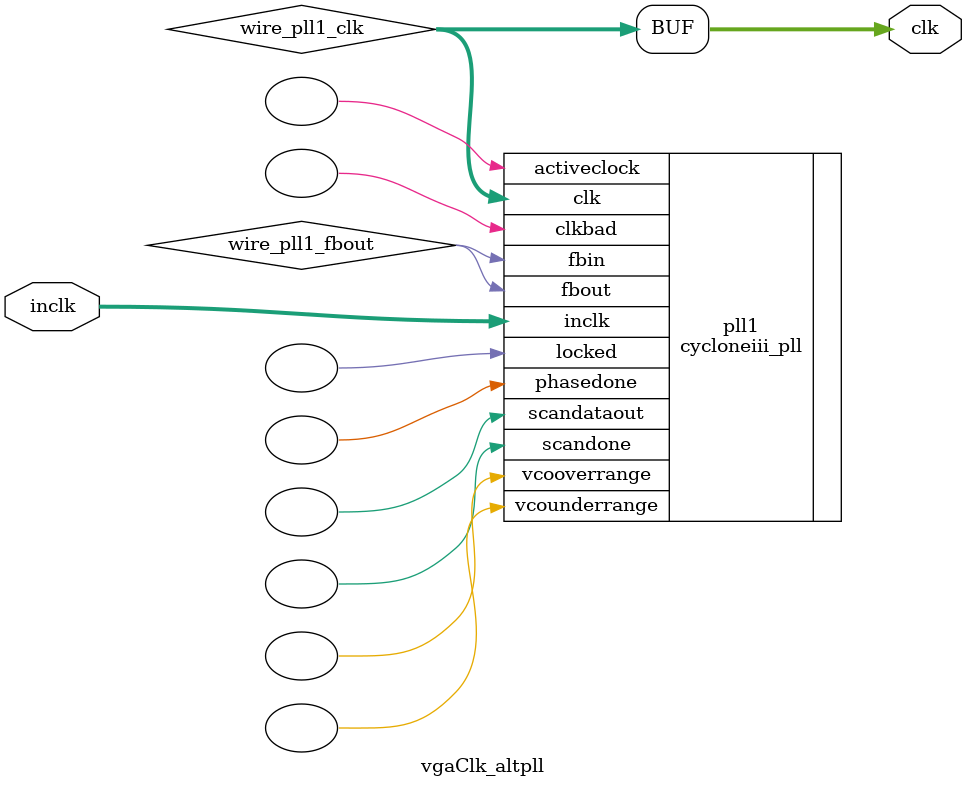
<source format=v>






//synthesis_resources = cycloneiii_pll 1 
//synopsys translate_off
`timescale 1 ps / 1 ps
//synopsys translate_on
module  vgaClk_altpll
	( 
	clk,
	inclk) /* synthesis synthesis_clearbox=1 */;
	output   [4:0]  clk;
	input   [1:0]  inclk;
`ifndef ALTERA_RESERVED_QIS
// synopsys translate_off
`endif
	tri0   [1:0]  inclk;
`ifndef ALTERA_RESERVED_QIS
// synopsys translate_on
`endif

	wire  [4:0]   wire_pll1_clk;
	wire  wire_pll1_fbout;

	cycloneiii_pll   pll1
	( 
	.activeclock(),
	.clk(wire_pll1_clk),
	.clkbad(),
	.fbin(wire_pll1_fbout),
	.fbout(wire_pll1_fbout),
	.inclk(inclk),
	.locked(),
	.phasedone(),
	.scandataout(),
	.scandone(),
	.vcooverrange(),
	.vcounderrange()
	`ifndef FORMAL_VERIFICATION
	// synopsys translate_off
	`endif
	,
	.areset(1'b0),
	.clkswitch(1'b0),
	.configupdate(1'b0),
	.pfdena(1'b1),
	.phasecounterselect({3{1'b0}}),
	.phasestep(1'b0),
	.phaseupdown(1'b0),
	.scanclk(1'b0),
	.scanclkena(1'b1),
	.scandata(1'b0)
	`ifndef FORMAL_VERIFICATION
	// synopsys translate_on
	`endif
	);
	defparam
		pll1.bandwidth_type = "auto",
		pll1.clk0_divide_by = 2000,
		pll1.clk0_duty_cycle = 50,
		pll1.clk0_multiply_by = 1007,
		pll1.clk0_phase_shift = "0",
		pll1.compensate_clock = "clk0",
		pll1.inclk0_input_frequency = 20000,
		pll1.operation_mode = "normal",
		pll1.pll_type = "auto",
		pll1.lpm_type = "cycloneiii_pll";
	assign
		clk = {wire_pll1_clk[4:0]};
endmodule //vgaClk_altpll
//VALID FILE

</source>
